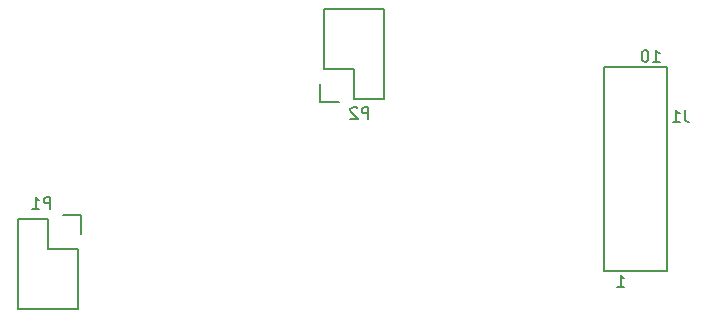
<source format=gbr>
G04 #@! TF.FileFunction,Legend,Bot*
%FSLAX46Y46*%
G04 Gerber Fmt 4.6, Leading zero omitted, Abs format (unit mm)*
G04 Created by KiCad (PCBNEW 4.0.7-e2-6376~58~ubuntu16.04.1) date Mon Feb 19 20:22:05 2018*
%MOMM*%
%LPD*%
G01*
G04 APERTURE LIST*
%ADD10C,0.100000*%
%ADD11C,0.150000*%
G04 APERTURE END LIST*
D10*
D11*
X178325000Y-34271000D02*
X183625000Y-34271000D01*
X178325000Y-51581000D02*
X183625000Y-51581000D01*
X178325000Y-34271000D02*
X178325000Y-51581000D01*
X183625000Y-34271000D02*
X183625000Y-51581000D01*
X133731000Y-49657000D02*
X133731000Y-54737000D01*
X134011000Y-46837000D02*
X132461000Y-46837000D01*
X131191000Y-47117000D02*
X131191000Y-49657000D01*
X131191000Y-49657000D02*
X133731000Y-49657000D01*
X133731000Y-54737000D02*
X128651000Y-54737000D01*
X128651000Y-54737000D02*
X128651000Y-49657000D01*
X134011000Y-46837000D02*
X134011000Y-48387000D01*
X128651000Y-47117000D02*
X131191000Y-47117000D01*
X128651000Y-49657000D02*
X128651000Y-47117000D01*
X154559000Y-34417000D02*
X154559000Y-29337000D01*
X154279000Y-37237000D02*
X155829000Y-37237000D01*
X157099000Y-36957000D02*
X157099000Y-34417000D01*
X157099000Y-34417000D02*
X154559000Y-34417000D01*
X154559000Y-29337000D02*
X159639000Y-29337000D01*
X159639000Y-29337000D02*
X159639000Y-34417000D01*
X154279000Y-37237000D02*
X154279000Y-35687000D01*
X159639000Y-36957000D02*
X157099000Y-36957000D01*
X159639000Y-34417000D02*
X159639000Y-36957000D01*
X185118333Y-37933381D02*
X185118333Y-38647667D01*
X185165953Y-38790524D01*
X185261191Y-38885762D01*
X185404048Y-38933381D01*
X185499286Y-38933381D01*
X184118333Y-38933381D02*
X184689762Y-38933381D01*
X184404048Y-38933381D02*
X184404048Y-37933381D01*
X184499286Y-38076238D01*
X184594524Y-38171476D01*
X184689762Y-38219095D01*
X182435476Y-33853381D02*
X183006905Y-33853381D01*
X182721191Y-33853381D02*
X182721191Y-32853381D01*
X182816429Y-32996238D01*
X182911667Y-33091476D01*
X183006905Y-33139095D01*
X181816429Y-32853381D02*
X181721190Y-32853381D01*
X181625952Y-32901000D01*
X181578333Y-32948619D01*
X181530714Y-33043857D01*
X181483095Y-33234333D01*
X181483095Y-33472429D01*
X181530714Y-33662905D01*
X181578333Y-33758143D01*
X181625952Y-33805762D01*
X181721190Y-33853381D01*
X181816429Y-33853381D01*
X181911667Y-33805762D01*
X181959286Y-33758143D01*
X182006905Y-33662905D01*
X182054524Y-33472429D01*
X182054524Y-33234333D01*
X182006905Y-33043857D01*
X181959286Y-32948619D01*
X181911667Y-32901000D01*
X181816429Y-32853381D01*
X179419285Y-52903381D02*
X179990714Y-52903381D01*
X179705000Y-52903381D02*
X179705000Y-51903381D01*
X179800238Y-52046238D01*
X179895476Y-52141476D01*
X179990714Y-52189095D01*
X131421095Y-46299381D02*
X131421095Y-45299381D01*
X131040142Y-45299381D01*
X130944904Y-45347000D01*
X130897285Y-45394619D01*
X130849666Y-45489857D01*
X130849666Y-45632714D01*
X130897285Y-45727952D01*
X130944904Y-45775571D01*
X131040142Y-45823190D01*
X131421095Y-45823190D01*
X129897285Y-46299381D02*
X130468714Y-46299381D01*
X130183000Y-46299381D02*
X130183000Y-45299381D01*
X130278238Y-45442238D01*
X130373476Y-45537476D01*
X130468714Y-45585095D01*
X158345095Y-38679381D02*
X158345095Y-37679381D01*
X157964142Y-37679381D01*
X157868904Y-37727000D01*
X157821285Y-37774619D01*
X157773666Y-37869857D01*
X157773666Y-38012714D01*
X157821285Y-38107952D01*
X157868904Y-38155571D01*
X157964142Y-38203190D01*
X158345095Y-38203190D01*
X157392714Y-37774619D02*
X157345095Y-37727000D01*
X157249857Y-37679381D01*
X157011761Y-37679381D01*
X156916523Y-37727000D01*
X156868904Y-37774619D01*
X156821285Y-37869857D01*
X156821285Y-37965095D01*
X156868904Y-38107952D01*
X157440333Y-38679381D01*
X156821285Y-38679381D01*
M02*

</source>
